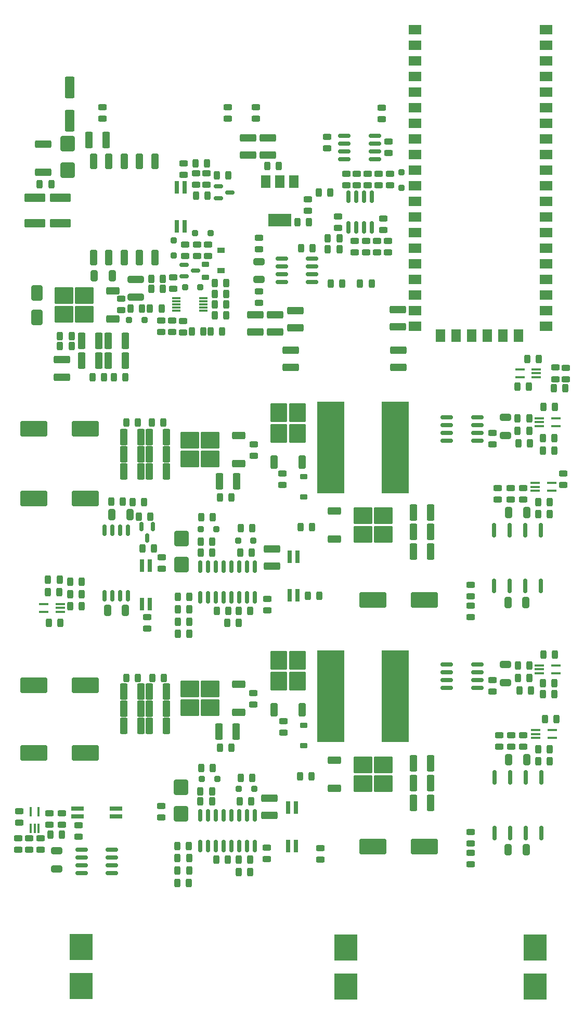
<source format=gtp>
G04 #@! TF.GenerationSoftware,KiCad,Pcbnew,7.0.2-6a45011f42~172~ubuntu20.04.1*
G04 #@! TF.CreationDate,2023-06-13T08:46:41+02:00*
G04 #@! TF.ProjectId,Power,506f7765-722e-46b6-9963-61645f706362,rev?*
G04 #@! TF.SameCoordinates,Original*
G04 #@! TF.FileFunction,Paste,Top*
G04 #@! TF.FilePolarity,Positive*
%FSLAX46Y46*%
G04 Gerber Fmt 4.6, Leading zero omitted, Abs format (unit mm)*
G04 Created by KiCad (PCBNEW 7.0.2-6a45011f42~172~ubuntu20.04.1) date 2023-06-13 08:46:41*
%MOMM*%
%LPD*%
G01*
G04 APERTURE LIST*
G04 Aperture macros list*
%AMRoundRect*
0 Rectangle with rounded corners*
0 $1 Rounding radius*
0 $2 $3 $4 $5 $6 $7 $8 $9 X,Y pos of 4 corners*
0 Add a 4 corners polygon primitive as box body*
4,1,4,$2,$3,$4,$5,$6,$7,$8,$9,$2,$3,0*
0 Add four circle primitives for the rounded corners*
1,1,$1+$1,$2,$3*
1,1,$1+$1,$4,$5*
1,1,$1+$1,$6,$7*
1,1,$1+$1,$8,$9*
0 Add four rect primitives between the rounded corners*
20,1,$1+$1,$2,$3,$4,$5,0*
20,1,$1+$1,$4,$5,$6,$7,0*
20,1,$1+$1,$6,$7,$8,$9,0*
20,1,$1+$1,$8,$9,$2,$3,0*%
G04 Aperture macros list end*
%ADD10RoundRect,0.243750X0.243750X0.456250X-0.243750X0.456250X-0.243750X-0.456250X0.243750X-0.456250X0*%
%ADD11RoundRect,0.250000X0.375000X1.075000X-0.375000X1.075000X-0.375000X-1.075000X0.375000X-1.075000X0*%
%ADD12RoundRect,0.243750X-0.243750X-0.456250X0.243750X-0.456250X0.243750X0.456250X-0.243750X0.456250X0*%
%ADD13RoundRect,0.150000X0.150000X-0.825000X0.150000X0.825000X-0.150000X0.825000X-0.150000X-0.825000X0*%
%ADD14RoundRect,0.243750X0.456250X-0.243750X0.456250X0.243750X-0.456250X0.243750X-0.456250X-0.243750X0*%
%ADD15R,1.500000X0.400000*%
%ADD16RoundRect,0.249999X1.450001X-0.450001X1.450001X0.450001X-1.450001X0.450001X-1.450001X-0.450001X0*%
%ADD17RoundRect,0.250000X-0.250000X0.250000X-0.250000X-0.250000X0.250000X-0.250000X0.250000X0.250000X0*%
%ADD18RoundRect,0.243750X-0.456250X0.243750X-0.456250X-0.243750X0.456250X-0.243750X0.456250X0.243750X0*%
%ADD19RoundRect,0.250000X0.350000X-0.850000X0.350000X0.850000X-0.350000X0.850000X-0.350000X-0.850000X0*%
%ADD20RoundRect,0.250000X1.125000X-1.275000X1.125000X1.275000X-1.125000X1.275000X-1.125000X-1.275000X0*%
%ADD21R,1.400000X0.300000*%
%ADD22RoundRect,0.250000X-0.900000X1.000000X-0.900000X-1.000000X0.900000X-1.000000X0.900000X1.000000X0*%
%ADD23RoundRect,0.250000X1.950000X1.000000X-1.950000X1.000000X-1.950000X-1.000000X1.950000X-1.000000X0*%
%ADD24RoundRect,0.250000X1.075000X-0.362500X1.075000X0.362500X-1.075000X0.362500X-1.075000X-0.362500X0*%
%ADD25RoundRect,0.250000X0.850000X0.350000X-0.850000X0.350000X-0.850000X-0.350000X0.850000X-0.350000X0*%
%ADD26RoundRect,0.250000X1.275000X1.125000X-1.275000X1.125000X-1.275000X-1.125000X1.275000X-1.125000X0*%
%ADD27RoundRect,0.250000X-0.325000X-0.650000X0.325000X-0.650000X0.325000X0.650000X-0.325000X0.650000X0*%
%ADD28RoundRect,0.250000X1.075000X-0.375000X1.075000X0.375000X-1.075000X0.375000X-1.075000X-0.375000X0*%
%ADD29RoundRect,0.150000X-0.825000X-0.150000X0.825000X-0.150000X0.825000X0.150000X-0.825000X0.150000X0*%
%ADD30RoundRect,0.250000X0.250000X0.250000X-0.250000X0.250000X-0.250000X-0.250000X0.250000X-0.250000X0*%
%ADD31RoundRect,0.250000X-0.375000X-1.075000X0.375000X-1.075000X0.375000X1.075000X-0.375000X1.075000X0*%
%ADD32RoundRect,0.250000X-0.250000X-0.250000X0.250000X-0.250000X0.250000X0.250000X-0.250000X0.250000X0*%
%ADD33RoundRect,0.250000X-0.650000X0.325000X-0.650000X-0.325000X0.650000X-0.325000X0.650000X0.325000X0*%
%ADD34RoundRect,0.250000X0.650000X-0.325000X0.650000X0.325000X-0.650000X0.325000X-0.650000X-0.325000X0*%
%ADD35RoundRect,0.250000X-0.850000X-0.350000X0.850000X-0.350000X0.850000X0.350000X-0.850000X0.350000X0*%
%ADD36RoundRect,0.250000X-1.275000X-1.125000X1.275000X-1.125000X1.275000X1.125000X-1.275000X1.125000X0*%
%ADD37R,0.640000X2.000000*%
%ADD38R,2.000000X1.600000*%
%ADD39R,1.600000X2.000000*%
%ADD40RoundRect,0.250000X-1.075000X0.312500X-1.075000X-0.312500X1.075000X-0.312500X1.075000X0.312500X0*%
%ADD41RoundRect,0.150000X0.825000X0.150000X-0.825000X0.150000X-0.825000X-0.150000X0.825000X-0.150000X0*%
%ADD42RoundRect,0.250000X0.550000X-1.500000X0.550000X1.500000X-0.550000X1.500000X-0.550000X-1.500000X0*%
%ADD43RoundRect,0.150000X-0.150000X0.587500X-0.150000X-0.587500X0.150000X-0.587500X0.150000X0.587500X0*%
%ADD44RoundRect,0.250000X-1.075000X0.375000X-1.075000X-0.375000X1.075000X-0.375000X1.075000X0.375000X0*%
%ADD45R,3.810000X4.240000*%
%ADD46RoundRect,0.150000X-0.150000X0.825000X-0.150000X-0.825000X0.150000X-0.825000X0.150000X0.825000X0*%
%ADD47RoundRect,0.162500X0.162500X-1.012500X0.162500X1.012500X-0.162500X1.012500X-0.162500X-1.012500X0*%
%ADD48RoundRect,0.218750X0.381250X-0.218750X0.381250X0.218750X-0.381250X0.218750X-0.381250X-0.218750X0*%
%ADD49RoundRect,0.150000X-0.150000X0.750000X-0.150000X-0.750000X0.150000X-0.750000X0.150000X0.750000X0*%
%ADD50RoundRect,0.250000X0.250000X-0.250000X0.250000X0.250000X-0.250000X0.250000X-0.250000X-0.250000X0*%
%ADD51RoundRect,0.150000X-0.587500X-0.150000X0.587500X-0.150000X0.587500X0.150000X-0.587500X0.150000X0*%
%ADD52RoundRect,0.250000X0.325000X0.650000X-0.325000X0.650000X-0.325000X-0.650000X0.325000X-0.650000X0*%
%ADD53R,1.200000X0.900000*%
%ADD54RoundRect,0.225000X0.375000X-0.225000X0.375000X0.225000X-0.375000X0.225000X-0.375000X-0.225000X0*%
%ADD55R,4.500000X15.000000*%
%ADD56R,2.000000X0.640000*%
%ADD57R,0.400000X1.500000*%
%ADD58RoundRect,0.305000X-0.305000X-0.965000X0.305000X-0.965000X0.305000X0.965000X-0.305000X0.965000X0*%
%ADD59RoundRect,0.250000X0.650000X-1.000000X0.650000X1.000000X-0.650000X1.000000X-0.650000X-1.000000X0*%
%ADD60R,1.500000X2.000000*%
%ADD61R,3.800000X2.000000*%
G04 APERTURE END LIST*
D10*
G04 #@! TO.C,C532*
X129805500Y-81600000D03*
X127930500Y-81600000D03*
G04 #@! TD*
D11*
G04 #@! TO.C,C329*
X66600000Y-131200000D03*
X63800000Y-131200000D03*
G04 #@! TD*
D12*
G04 #@! TO.C,C103*
X51662500Y-120000000D03*
X53537500Y-120000000D03*
G04 #@! TD*
D11*
G04 #@! TO.C,C309*
X113778750Y-142900000D03*
X110978750Y-142900000D03*
G04 #@! TD*
D10*
G04 #@! TO.C,R307*
X84390000Y-158542500D03*
X82515000Y-158542500D03*
G04 #@! TD*
D13*
G04 #@! TO.C,U203*
X76315000Y-115812500D03*
X77585000Y-115812500D03*
X78855000Y-115812500D03*
X80125000Y-115812500D03*
X81395000Y-115812500D03*
X82665000Y-115812500D03*
X83935000Y-115812500D03*
X85205000Y-115812500D03*
X85205000Y-110862500D03*
X83935000Y-110862500D03*
X82665000Y-110862500D03*
X81395000Y-110862500D03*
X80125000Y-110862500D03*
X78855000Y-110862500D03*
X77585000Y-110862500D03*
X76315000Y-110862500D03*
G04 #@! TD*
D10*
G04 #@! TO.C,R419*
X98937500Y-57400000D03*
X97062500Y-57400000D03*
G04 #@! TD*
D12*
G04 #@! TO.C,C505*
X78662500Y-66450000D03*
X80537500Y-66450000D03*
G04 #@! TD*
D14*
G04 #@! TO.C,R326*
X56450000Y-154837500D03*
X56450000Y-152962500D03*
G04 #@! TD*
D15*
G04 #@! TO.C,U305*
X131520000Y-126917500D03*
X131520000Y-127567500D03*
X131520000Y-128217500D03*
X134180000Y-128217500D03*
X134180000Y-126917500D03*
G04 #@! TD*
D16*
G04 #@! TO.C,C512*
X53500000Y-54940000D03*
X53500000Y-50840000D03*
G04 #@! TD*
D17*
G04 #@! TO.C,D403*
X109050000Y-46700000D03*
X109050000Y-49200000D03*
G04 #@! TD*
D11*
G04 #@! TO.C,C209*
X113825000Y-102012500D03*
X111025000Y-102012500D03*
G04 #@! TD*
D12*
G04 #@! TO.C,C316*
X82702500Y-149030000D03*
X84577500Y-149030000D03*
G04 #@! TD*
D18*
G04 #@! TO.C,C402*
X106850000Y-57862500D03*
X106850000Y-59737500D03*
G04 #@! TD*
D19*
G04 #@! TO.C,Q302*
X88300000Y-134100000D03*
D20*
X89055000Y-129475000D03*
X92105000Y-129475000D03*
X89055000Y-126125000D03*
X92105000Y-126125000D03*
D19*
X92860000Y-134100000D03*
G04 #@! TD*
D18*
G04 #@! TO.C,C117*
X46850000Y-150662500D03*
X46850000Y-152537500D03*
G04 #@! TD*
D10*
G04 #@! TO.C,C208*
X74500000Y-121800000D03*
X72625000Y-121800000D03*
G04 #@! TD*
D21*
G04 #@! TO.C,U501*
X76800000Y-69200000D03*
X76800000Y-68700000D03*
X76800000Y-68200000D03*
X76800000Y-67700000D03*
X76800000Y-67200000D03*
X72400000Y-67200000D03*
X72400000Y-67700000D03*
X72400000Y-68200000D03*
X72400000Y-68700000D03*
X72400000Y-69200000D03*
G04 #@! TD*
D14*
G04 #@! TO.C,R324*
X95800000Y-158537500D03*
X95800000Y-156662500D03*
G04 #@! TD*
D18*
G04 #@! TO.C,R514*
X75587500Y-46865000D03*
X75587500Y-48740000D03*
G04 #@! TD*
D22*
G04 #@! TO.C,D201*
X73200000Y-106250000D03*
X73200000Y-110550000D03*
G04 #@! TD*
D18*
G04 #@! TO.C,R303*
X120315000Y-157442500D03*
X120315000Y-159317500D03*
G04 #@! TD*
D23*
G04 #@! TO.C,C330*
X57600000Y-141200000D03*
X49200000Y-141200000D03*
G04 #@! TD*
D24*
G04 #@! TO.C,R513*
X50750000Y-46712500D03*
X50750000Y-42087500D03*
G04 #@! TD*
D11*
G04 #@! TO.C,C324*
X70800000Y-136800000D03*
X68000000Y-136800000D03*
G04 #@! TD*
D12*
G04 #@! TO.C,R316*
X82862500Y-145200000D03*
X84737500Y-145200000D03*
G04 #@! TD*
D25*
G04 #@! TO.C,Q502*
X62065000Y-70580000D03*
D26*
X57440000Y-69825000D03*
X57440000Y-66775000D03*
X54090000Y-69825000D03*
X54090000Y-66775000D03*
D25*
X62065000Y-66020000D03*
G04 #@! TD*
D23*
G04 #@! TO.C,C203*
X112800000Y-116300000D03*
X104400000Y-116300000D03*
G04 #@! TD*
D12*
G04 #@! TO.C,R213*
X131308750Y-100337500D03*
X133183750Y-100337500D03*
G04 #@! TD*
D18*
G04 #@! TO.C,R415*
X101450000Y-57862500D03*
X101450000Y-59737500D03*
G04 #@! TD*
D12*
G04 #@! TO.C,R318*
X128252500Y-130967500D03*
X130127500Y-130967500D03*
G04 #@! TD*
D10*
G04 #@! TO.C,R410*
X97487500Y-50000000D03*
X95612500Y-50000000D03*
G04 #@! TD*
D27*
G04 #@! TO.C,C304*
X126496250Y-142305000D03*
X129446250Y-142305000D03*
G04 #@! TD*
D28*
G04 #@! TO.C,C524*
X91000000Y-78450000D03*
X91000000Y-75650000D03*
G04 #@! TD*
D18*
G04 #@! TO.C,C508*
X69950000Y-70815000D03*
X69950000Y-72690000D03*
G04 #@! TD*
D14*
G04 #@! TO.C,R116*
X51731250Y-152837500D03*
X51731250Y-150962500D03*
G04 #@! TD*
D12*
G04 #@! TO.C,R204*
X72650000Y-117800000D03*
X74525000Y-117800000D03*
G04 #@! TD*
D28*
G04 #@! TO.C,C526*
X108500000Y-78450000D03*
X108500000Y-75650000D03*
G04 #@! TD*
D29*
G04 #@! TO.C,U302*
X116425000Y-126812500D03*
X116425000Y-128082500D03*
X116425000Y-129352500D03*
X116425000Y-130622500D03*
X121375000Y-130622500D03*
X121375000Y-129352500D03*
X121375000Y-128082500D03*
X121375000Y-126812500D03*
G04 #@! TD*
D13*
G04 #@! TO.C,U303*
X76255000Y-156305000D03*
X77525000Y-156305000D03*
X78795000Y-156305000D03*
X80065000Y-156305000D03*
X81335000Y-156305000D03*
X82605000Y-156305000D03*
X83875000Y-156305000D03*
X85145000Y-156305000D03*
X85145000Y-151355000D03*
X83875000Y-151355000D03*
X82605000Y-151355000D03*
X81335000Y-151355000D03*
X80065000Y-151355000D03*
X78795000Y-151355000D03*
X77525000Y-151355000D03*
X76255000Y-151355000D03*
G04 #@! TD*
D14*
G04 #@! TO.C,R512*
X73850000Y-60337500D03*
X73850000Y-58462500D03*
G04 #@! TD*
D30*
G04 #@! TO.C,D505*
X77950000Y-56600000D03*
X75450000Y-56600000D03*
G04 #@! TD*
D15*
G04 #@! TO.C,U506*
X131000000Y-80050000D03*
X131000000Y-79400000D03*
X131000000Y-78750000D03*
X128340000Y-78750000D03*
X128340000Y-80050000D03*
G04 #@! TD*
D18*
G04 #@! TO.C,R203*
X120290000Y-117225000D03*
X120290000Y-119100000D03*
G04 #@! TD*
G04 #@! TO.C,C531*
X135800000Y-78500000D03*
X135800000Y-80375000D03*
G04 #@! TD*
D11*
G04 #@! TO.C,C312*
X113778750Y-149300000D03*
X110978750Y-149300000D03*
G04 #@! TD*
D31*
G04 #@! TO.C,C223*
X79400000Y-97000000D03*
X82200000Y-97000000D03*
G04 #@! TD*
D11*
G04 #@! TO.C,C327*
X66600000Y-134000000D03*
X63800000Y-134000000D03*
G04 #@! TD*
D18*
G04 #@! TO.C,R413*
X100050000Y-46925000D03*
X100050000Y-48800000D03*
G04 #@! TD*
G04 #@! TO.C,R420*
X98750000Y-53862500D03*
X98750000Y-55737500D03*
G04 #@! TD*
G04 #@! TO.C,C413*
X106053125Y-54212500D03*
X106053125Y-56087500D03*
G04 #@! TD*
D10*
G04 #@! TO.C,R225*
X94462500Y-104450000D03*
X92587500Y-104450000D03*
G04 #@! TD*
G04 #@! TO.C,R206*
X66137500Y-87400000D03*
X64262500Y-87400000D03*
G04 #@! TD*
D12*
G04 #@! TO.C,R218*
X128077500Y-90750000D03*
X129952500Y-90750000D03*
G04 #@! TD*
D23*
G04 #@! TO.C,C231*
X57600000Y-99800000D03*
X49200000Y-99800000D03*
G04 #@! TD*
D12*
G04 #@! TO.C,C219*
X76372500Y-106800000D03*
X78247500Y-106800000D03*
G04 #@! TD*
D32*
G04 #@! TO.C,D303*
X82550000Y-147000000D03*
X85050000Y-147000000D03*
G04 #@! TD*
D33*
G04 #@! TO.C,C124*
X52950000Y-157100000D03*
X52950000Y-160050000D03*
G04 #@! TD*
D34*
G04 #@! TO.C,C314*
X126002500Y-129742500D03*
X126002500Y-126792500D03*
G04 #@! TD*
D23*
G04 #@! TO.C,C230*
X57600000Y-88400000D03*
X49200000Y-88400000D03*
G04 #@! TD*
D31*
G04 #@! TO.C,C518*
X61300000Y-77300000D03*
X64100000Y-77300000D03*
G04 #@! TD*
D22*
G04 #@! TO.C,D507*
X54650000Y-42000000D03*
X54650000Y-46300000D03*
G04 #@! TD*
D14*
G04 #@! TO.C,R209*
X128850000Y-99962500D03*
X128850000Y-98087500D03*
G04 #@! TD*
G04 #@! TO.C,R320*
X89800000Y-137837500D03*
X89800000Y-135962500D03*
G04 #@! TD*
G04 #@! TO.C,R417*
X101750000Y-48800000D03*
X101750000Y-46925000D03*
G04 #@! TD*
G04 #@! TO.C,R310*
X124950000Y-140180000D03*
X124950000Y-138305000D03*
G04 #@! TD*
D12*
G04 #@! TO.C,R503*
X78662500Y-68200000D03*
X80537500Y-68200000D03*
G04 #@! TD*
G04 #@! TO.C,R217*
X127962500Y-88750000D03*
X129837500Y-88750000D03*
G04 #@! TD*
D35*
G04 #@! TO.C,Q303*
X98125000Y-142325000D03*
D36*
X102750000Y-143080000D03*
X102750000Y-146130000D03*
X106100000Y-143080000D03*
X106100000Y-146130000D03*
D35*
X98125000Y-146885000D03*
G04 #@! TD*
D12*
G04 #@! TO.C,NTC501*
X78662500Y-64700000D03*
X80537500Y-64700000D03*
G04 #@! TD*
D18*
G04 #@! TO.C,R401*
X96950000Y-40905000D03*
X96950000Y-42780000D03*
G04 #@! TD*
D37*
G04 #@! TO.C,U502*
X73735000Y-49165000D03*
X72465000Y-49165000D03*
X72465000Y-55465000D03*
X73735000Y-55465000D03*
G04 #@! TD*
D18*
G04 #@! TO.C,R405*
X85350000Y-36062500D03*
X85350000Y-37937500D03*
G04 #@! TD*
D28*
G04 #@! TO.C,F501*
X84100000Y-43900000D03*
X84100000Y-41100000D03*
G04 #@! TD*
D12*
G04 #@! TO.C,C311*
X82552500Y-160542500D03*
X84427500Y-160542500D03*
G04 #@! TD*
D38*
G04 #@! TO.C,U401*
X111270000Y-23440000D03*
X111270000Y-25980000D03*
X111270000Y-28520000D03*
X111270000Y-31060000D03*
X111270000Y-33600000D03*
X111270000Y-36140000D03*
X111270000Y-38680000D03*
X111270000Y-41220000D03*
X111270000Y-43760000D03*
X111270000Y-46300000D03*
X111270000Y-48840000D03*
X111270000Y-51380000D03*
X111270000Y-53920000D03*
X111270000Y-56460000D03*
X111270000Y-59000000D03*
X111270000Y-61540000D03*
X111270000Y-64080000D03*
X111270000Y-66620000D03*
X111260000Y-69160000D03*
X111260000Y-71700000D03*
X132600000Y-71700000D03*
X132600000Y-69160000D03*
X132600000Y-66620000D03*
X132600000Y-64080000D03*
X132600000Y-61540000D03*
X132600000Y-59000000D03*
X132600000Y-56460000D03*
X132600000Y-53920000D03*
X132600000Y-51380000D03*
X132600000Y-48840000D03*
X132600000Y-46300000D03*
X132600000Y-43760000D03*
X132600000Y-41220000D03*
X132600000Y-38680000D03*
X132600000Y-36140000D03*
X132600000Y-33600000D03*
X132600000Y-31060000D03*
X132600000Y-28520000D03*
X132600000Y-25980000D03*
X132600000Y-23440000D03*
D39*
X115410000Y-73300000D03*
X117950000Y-73300000D03*
X120490000Y-73300000D03*
X123030000Y-73300000D03*
X125570000Y-73300000D03*
X128110000Y-73300000D03*
G04 #@! TD*
D40*
G04 #@! TO.C,R510*
X65800000Y-64077500D03*
X65800000Y-67002500D03*
G04 #@! TD*
D41*
G04 #@! TO.C,U405*
X94500000Y-64550000D03*
X94500000Y-63280000D03*
X94500000Y-62010000D03*
X94500000Y-60740000D03*
X89550000Y-60740000D03*
X89550000Y-62010000D03*
X89550000Y-63280000D03*
X89550000Y-64550000D03*
G04 #@! TD*
D14*
G04 #@! TO.C,R308*
X126871250Y-140180000D03*
X126871250Y-138305000D03*
G04 #@! TD*
G04 #@! TO.C,R208*
X126846250Y-99962500D03*
X126846250Y-98087500D03*
G04 #@! TD*
D10*
G04 #@! TO.C,R104*
X56987500Y-113325000D03*
X55112500Y-113325000D03*
G04 #@! TD*
D18*
G04 #@! TO.C,R411*
X85825000Y-66080000D03*
X85825000Y-67955000D03*
G04 #@! TD*
D12*
G04 #@! TO.C,C525*
X66912500Y-107900000D03*
X68787500Y-107900000D03*
G04 #@! TD*
D11*
G04 #@! TO.C,C229*
X66600000Y-89800000D03*
X63800000Y-89800000D03*
G04 #@! TD*
D10*
G04 #@! TO.C,R111*
X53787500Y-154500000D03*
X51912500Y-154500000D03*
G04 #@! TD*
D12*
G04 #@! TO.C,R323*
X132077500Y-129800000D03*
X133952500Y-129800000D03*
G04 #@! TD*
D42*
G04 #@! TO.C,C521*
X55050000Y-38300000D03*
X55050000Y-32900000D03*
G04 #@! TD*
D43*
G04 #@! TO.C,U504*
X68600000Y-104362500D03*
X66700000Y-104362500D03*
X67650000Y-106237500D03*
G04 #@! TD*
D12*
G04 #@! TO.C,C215*
X131308750Y-102312500D03*
X133183750Y-102312500D03*
G04 #@! TD*
D10*
G04 #@! TO.C,R118*
X63682500Y-100300000D03*
X61807500Y-100300000D03*
G04 #@! TD*
D12*
G04 #@! TO.C,R305*
X72590000Y-160292500D03*
X74465000Y-160292500D03*
G04 #@! TD*
G04 #@! TO.C,R317*
X128012500Y-128967500D03*
X129887500Y-128967500D03*
G04 #@! TD*
G04 #@! TO.C,C302*
X78927500Y-158542500D03*
X80802500Y-158542500D03*
G04 #@! TD*
D14*
G04 #@! TO.C,R511*
X75750000Y-60337500D03*
X75750000Y-58462500D03*
G04 #@! TD*
G04 #@! TO.C,C507*
X71850000Y-65637500D03*
X71850000Y-63762500D03*
G04 #@! TD*
D12*
G04 #@! TO.C,R520*
X133862500Y-81800000D03*
X135737500Y-81800000D03*
G04 #@! TD*
D27*
G04 #@! TO.C,C201*
X126371250Y-116687500D03*
X129321250Y-116687500D03*
G04 #@! TD*
D12*
G04 #@! TO.C,C315*
X131333750Y-142530000D03*
X133208750Y-142530000D03*
G04 #@! TD*
D44*
G04 #@! TO.C,C218*
X88000000Y-108000000D03*
X88000000Y-110800000D03*
G04 #@! TD*
D11*
G04 #@! TO.C,C227*
X66600000Y-92600000D03*
X63800000Y-92600000D03*
G04 #@! TD*
D45*
G04 #@! TO.C,F101*
X100000000Y-172810000D03*
X100000000Y-179190000D03*
G04 #@! TD*
D11*
G04 #@! TO.C,C206*
X113825000Y-105212500D03*
X111025000Y-105212500D03*
G04 #@! TD*
D14*
G04 #@! TO.C,R226*
X67650000Y-120937500D03*
X67650000Y-119062500D03*
G04 #@! TD*
D18*
G04 #@! TO.C,C123*
X50250000Y-155062500D03*
X50250000Y-156937500D03*
G04 #@! TD*
D46*
G04 #@! TO.C,U406*
X104190000Y-50662500D03*
X102920000Y-50662500D03*
X101650000Y-50662500D03*
X100380000Y-50662500D03*
X100380000Y-55612500D03*
X101650000Y-55612500D03*
X102920000Y-55612500D03*
X104190000Y-55612500D03*
G04 #@! TD*
D10*
G04 #@! TO.C,C220*
X134015000Y-84900000D03*
X132140000Y-84900000D03*
G04 #@! TD*
D15*
G04 #@! TO.C,U102*
X53480000Y-118225000D03*
X53480000Y-117575000D03*
X53480000Y-116925000D03*
X50820000Y-116925000D03*
X50820000Y-118225000D03*
G04 #@! TD*
D12*
G04 #@! TO.C,R304*
X72590000Y-158292500D03*
X74465000Y-158292500D03*
G04 #@! TD*
D22*
G04 #@! TO.C,D301*
X73140000Y-146742500D03*
X73140000Y-151042500D03*
G04 #@! TD*
D10*
G04 #@! TO.C,R502*
X76800000Y-72600000D03*
X74925000Y-72600000D03*
G04 #@! TD*
D11*
G04 #@! TO.C,C328*
X70800000Y-131200000D03*
X68000000Y-131200000D03*
G04 #@! TD*
D14*
G04 #@! TO.C,C310*
X123902500Y-131205000D03*
X123902500Y-129330000D03*
G04 #@! TD*
D12*
G04 #@! TO.C,C527*
X87212500Y-45700000D03*
X89087500Y-45700000D03*
G04 #@! TD*
D14*
G04 #@! TO.C,R220*
X89700000Y-97537500D03*
X89700000Y-95662500D03*
G04 #@! TD*
D11*
G04 #@! TO.C,C326*
X70800000Y-134000000D03*
X68000000Y-134000000D03*
G04 #@! TD*
D10*
G04 #@! TO.C,R506*
X70212500Y-64002500D03*
X68337500Y-64002500D03*
G04 #@! TD*
D32*
G04 #@! TO.C,D202*
X76400000Y-104800000D03*
X78900000Y-104800000D03*
G04 #@! TD*
D12*
G04 #@! TO.C,C519*
X58762500Y-80000000D03*
X60637500Y-80000000D03*
G04 #@! TD*
G04 #@! TO.C,R105*
X55112500Y-117325000D03*
X56987500Y-117325000D03*
G04 #@! TD*
D31*
G04 #@! TO.C,C515*
X58125000Y-41440000D03*
X60925000Y-41440000D03*
G04 #@! TD*
D23*
G04 #@! TO.C,C331*
X57600000Y-130200000D03*
X49200000Y-130200000D03*
G04 #@! TD*
D12*
G04 #@! TO.C,C319*
X76312500Y-147400000D03*
X78187500Y-147400000D03*
G04 #@! TD*
G04 #@! TO.C,C222*
X79462500Y-99600000D03*
X81337500Y-99600000D03*
G04 #@! TD*
D11*
G04 #@! TO.C,C306*
X113778750Y-146100000D03*
X110978750Y-146100000D03*
G04 #@! TD*
D16*
G04 #@! TO.C,C513*
X49400000Y-54940000D03*
X49400000Y-50840000D03*
G04 #@! TD*
D12*
G04 #@! TO.C,C528*
X66250000Y-102700000D03*
X68125000Y-102700000D03*
G04 #@! TD*
D44*
G04 #@! TO.C,C318*
X87540000Y-148492500D03*
X87540000Y-151292500D03*
G04 #@! TD*
D47*
G04 #@! TO.C,U301*
X124183750Y-154180000D03*
X126723750Y-154180000D03*
X129263750Y-154180000D03*
X131803750Y-154180000D03*
X131803750Y-145130000D03*
X129263750Y-145130000D03*
X126723750Y-145130000D03*
X124183750Y-145130000D03*
G04 #@! TD*
D23*
G04 #@! TO.C,C303*
X112800000Y-156400000D03*
X104400000Y-156400000D03*
G04 #@! TD*
D12*
G04 #@! TO.C,C322*
X79462500Y-140300000D03*
X81337500Y-140300000D03*
G04 #@! TD*
D18*
G04 #@! TO.C,R508*
X63400000Y-67262500D03*
X63400000Y-69137500D03*
G04 #@! TD*
D37*
G04 #@! TO.C,U306*
X90615000Y-156350000D03*
X91885000Y-156350000D03*
X91885000Y-150050000D03*
X90615000Y-150050000D03*
G04 #@! TD*
D48*
G04 #@! TO.C,L501*
X77150000Y-63762500D03*
X77150000Y-61637500D03*
G04 #@! TD*
D10*
G04 #@! TO.C,R207*
X84450000Y-118050000D03*
X82575000Y-118050000D03*
G04 #@! TD*
D18*
G04 #@! TO.C,R202*
X120290000Y-113825000D03*
X120290000Y-115700000D03*
G04 #@! TD*
D14*
G04 #@! TO.C,R515*
X73600000Y-47077500D03*
X73600000Y-45202500D03*
G04 #@! TD*
D18*
G04 #@! TO.C,R414*
X103550000Y-46925000D03*
X103550000Y-48800000D03*
G04 #@! TD*
D34*
G04 #@! TO.C,C214*
X125977500Y-89525000D03*
X125977500Y-86575000D03*
G04 #@! TD*
D12*
G04 #@! TO.C,C504*
X78662500Y-69950000D03*
X80537500Y-69950000D03*
G04 #@! TD*
D18*
G04 #@! TO.C,R409*
X85825000Y-57342500D03*
X85825000Y-59217500D03*
G04 #@! TD*
D32*
G04 #@! TO.C,D502*
X73800000Y-65400000D03*
X76300000Y-65400000D03*
G04 #@! TD*
D49*
G04 #@! TO.C,U101*
X64530000Y-104937500D03*
X63260000Y-104937500D03*
X61990000Y-104937500D03*
X60720000Y-104937500D03*
X60720000Y-115587500D03*
X61990000Y-115587500D03*
X63260000Y-115587500D03*
X64530000Y-115587500D03*
G04 #@! TD*
D45*
G04 #@! TO.C,F103*
X56900000Y-179090000D03*
X56900000Y-172710000D03*
G04 #@! TD*
D15*
G04 #@! TO.C,U205*
X131500000Y-86700000D03*
X131500000Y-87350000D03*
X131500000Y-88000000D03*
X134160000Y-88000000D03*
X134160000Y-86700000D03*
G04 #@! TD*
D31*
G04 #@! TO.C,C501*
X56987500Y-74100000D03*
X59787500Y-74100000D03*
G04 #@! TD*
D10*
G04 #@! TO.C,C320*
X134040000Y-125200000D03*
X132165000Y-125200000D03*
G04 #@! TD*
G04 #@! TO.C,R201*
X70275000Y-87400000D03*
X68400000Y-87400000D03*
G04 #@! TD*
D50*
G04 #@! TO.C,D506*
X71950000Y-60250000D03*
X71950000Y-57750000D03*
G04 #@! TD*
D18*
G04 #@! TO.C,R319*
X84925000Y-131417500D03*
X84925000Y-133292500D03*
G04 #@! TD*
G04 #@! TO.C,C411*
X103250000Y-57862500D03*
X103250000Y-59737500D03*
G04 #@! TD*
D28*
G04 #@! TO.C,C523*
X91750000Y-72000000D03*
X91750000Y-69200000D03*
G04 #@! TD*
G04 #@! TO.C,C530*
X108450000Y-71800000D03*
X108450000Y-69000000D03*
G04 #@! TD*
D14*
G04 #@! TO.C,C503*
X73450000Y-72727500D03*
X73450000Y-70852500D03*
G04 #@! TD*
D18*
G04 #@! TO.C,R302*
X120315000Y-154042500D03*
X120315000Y-155917500D03*
G04 #@! TD*
G04 #@! TO.C,C205*
X87200000Y-116062500D03*
X87200000Y-117937500D03*
G04 #@! TD*
D10*
G04 #@! TO.C,R501*
X79837500Y-72600000D03*
X77962500Y-72600000D03*
G04 #@! TD*
D12*
G04 #@! TO.C,C321*
X132077500Y-131600000D03*
X133952500Y-131600000D03*
G04 #@! TD*
D18*
G04 #@! TO.C,C213*
X135350000Y-95662500D03*
X135350000Y-97537500D03*
G04 #@! TD*
D14*
G04 #@! TO.C,R210*
X124746250Y-99962500D03*
X124746250Y-98087500D03*
G04 #@! TD*
D10*
G04 #@! TO.C,R301*
X70337500Y-129000000D03*
X68462500Y-129000000D03*
G04 #@! TD*
D18*
G04 #@! TO.C,R115*
X48450000Y-155062500D03*
X48450000Y-156937500D03*
G04 #@! TD*
G04 #@! TO.C,R314*
X69940000Y-149805000D03*
X69940000Y-151680000D03*
G04 #@! TD*
D12*
G04 #@! TO.C,C207*
X72625000Y-115800000D03*
X74500000Y-115800000D03*
G04 #@! TD*
D51*
G04 #@! TO.C,U503*
X79275000Y-48990000D03*
X79275000Y-50890000D03*
X81150000Y-49940000D03*
G04 #@! TD*
D44*
G04 #@! TO.C,F502*
X87300000Y-41100000D03*
X87300000Y-43900000D03*
G04 #@! TD*
D52*
G04 #@! TO.C,C101*
X64825000Y-102400000D03*
X61875000Y-102400000D03*
G04 #@! TD*
D37*
G04 #@! TO.C,U207*
X66815000Y-116950000D03*
X68085000Y-116950000D03*
X68085000Y-110650000D03*
X66815000Y-110650000D03*
G04 #@! TD*
D14*
G04 #@! TO.C,R519*
X93800000Y-52937500D03*
X93800000Y-51062500D03*
G04 #@! TD*
D51*
G04 #@! TO.C,Q501*
X73650000Y-61750000D03*
X73650000Y-63650000D03*
X75525000Y-62700000D03*
G04 #@! TD*
D41*
G04 #@! TO.C,U402*
X104700000Y-44570000D03*
X104700000Y-43300000D03*
X104700000Y-42030000D03*
X104700000Y-40760000D03*
X99750000Y-40760000D03*
X99750000Y-42030000D03*
X99750000Y-43300000D03*
X99750000Y-44570000D03*
G04 #@! TD*
D12*
G04 #@! TO.C,C217*
X76372500Y-108537500D03*
X78247500Y-108537500D03*
G04 #@! TD*
D14*
G04 #@! TO.C,C412*
X107150000Y-48787500D03*
X107150000Y-46912500D03*
G04 #@! TD*
D10*
G04 #@! TO.C,R418*
X98937500Y-59200000D03*
X97062500Y-59200000D03*
G04 #@! TD*
D18*
G04 #@! TO.C,R402*
X80750000Y-36062500D03*
X80750000Y-37937500D03*
G04 #@! TD*
D14*
G04 #@! TO.C,R521*
X134100000Y-80337500D03*
X134100000Y-78462500D03*
G04 #@! TD*
D53*
G04 #@! TO.C,D501*
X79650000Y-59350000D03*
X79650000Y-62650000D03*
G04 #@! TD*
D12*
G04 #@! TO.C,C221*
X132052500Y-91950000D03*
X133927500Y-91950000D03*
G04 #@! TD*
D10*
G04 #@! TO.C,R224*
X95687500Y-115600000D03*
X93812500Y-115600000D03*
G04 #@! TD*
D45*
G04 #@! TO.C,F102*
X130800000Y-172810000D03*
X130800000Y-179190000D03*
G04 #@! TD*
D10*
G04 #@! TO.C,R117*
X67162500Y-100325000D03*
X65287500Y-100325000D03*
G04 #@! TD*
D41*
G04 #@! TO.C,U104*
X61925000Y-160715000D03*
X61925000Y-159445000D03*
X61925000Y-158175000D03*
X61925000Y-156905000D03*
X56975000Y-156905000D03*
X56975000Y-158175000D03*
X56975000Y-159445000D03*
X56975000Y-160715000D03*
G04 #@! TD*
D14*
G04 #@! TO.C,R404*
X105850000Y-38025000D03*
X105850000Y-36150000D03*
G04 #@! TD*
D18*
G04 #@! TO.C,R403*
X60350000Y-36062500D03*
X60350000Y-37937500D03*
G04 #@! TD*
D32*
G04 #@! TO.C,D302*
X76550000Y-145400000D03*
X79050000Y-145400000D03*
G04 #@! TD*
D11*
G04 #@! TO.C,C228*
X70800000Y-89800000D03*
X68000000Y-89800000D03*
G04 #@! TD*
D25*
G04 #@! TO.C,Q301*
X82550000Y-134585000D03*
D26*
X77925000Y-133830000D03*
X77925000Y-130780000D03*
X74575000Y-133830000D03*
X74575000Y-130780000D03*
D25*
X82550000Y-130025000D03*
G04 #@! TD*
D10*
G04 #@! TO.C,C533*
X131437500Y-77100000D03*
X129562500Y-77100000D03*
G04 #@! TD*
D18*
G04 #@! TO.C,R219*
X84985000Y-90925000D03*
X84985000Y-92800000D03*
G04 #@! TD*
D54*
G04 #@! TO.C,D205*
X93160000Y-99500000D03*
X93160000Y-96200000D03*
G04 #@! TD*
D19*
G04 #@! TO.C,Q202*
X88300000Y-93800000D03*
D20*
X89055000Y-89175000D03*
X92105000Y-89175000D03*
X89055000Y-85825000D03*
X92105000Y-85825000D03*
D19*
X92860000Y-93800000D03*
G04 #@! TD*
D12*
G04 #@! TO.C,R509*
X53462500Y-74950000D03*
X55337500Y-74950000D03*
G04 #@! TD*
D29*
G04 #@! TO.C,U202*
X116425000Y-86595000D03*
X116425000Y-87865000D03*
X116425000Y-89135000D03*
X116425000Y-90405000D03*
X121375000Y-90405000D03*
X121375000Y-89135000D03*
X121375000Y-87865000D03*
X121375000Y-86595000D03*
G04 #@! TD*
D10*
G04 #@! TO.C,C308*
X74440000Y-162292500D03*
X72565000Y-162292500D03*
G04 #@! TD*
G04 #@! TO.C,C510*
X55337500Y-73350000D03*
X53462500Y-73350000D03*
G04 #@! TD*
D55*
G04 #@! TO.C,L201*
X108010000Y-91487500D03*
X97510000Y-91487500D03*
G04 #@! TD*
D18*
G04 #@! TO.C,R504*
X71700000Y-70815000D03*
X71700000Y-72690000D03*
G04 #@! TD*
D11*
G04 #@! TO.C,C226*
X70800000Y-92600000D03*
X68000000Y-92600000D03*
G04 #@! TD*
D30*
G04 #@! TO.C,D503*
X67200000Y-70700000D03*
X64700000Y-70700000D03*
G04 #@! TD*
D10*
G04 #@! TO.C,R306*
X66137500Y-129000000D03*
X64262500Y-129000000D03*
G04 #@! TD*
D14*
G04 #@! TO.C,C210*
X123877500Y-90987500D03*
X123877500Y-89112500D03*
G04 #@! TD*
D18*
G04 #@! TO.C,R214*
X70000000Y-109312500D03*
X70000000Y-111187500D03*
G04 #@! TD*
D12*
G04 #@! TO.C,R205*
X72650000Y-119800000D03*
X74525000Y-119800000D03*
G04 #@! TD*
D10*
G04 #@! TO.C,C506*
X70212500Y-65640000D03*
X68337500Y-65640000D03*
G04 #@! TD*
D18*
G04 #@! TO.C,R517*
X77337500Y-46865000D03*
X77337500Y-48740000D03*
G04 #@! TD*
D56*
G04 #@! TO.C,U307*
X56300000Y-150225000D03*
X56300000Y-151495000D03*
X62600000Y-151495000D03*
X62600000Y-150225000D03*
G04 #@! TD*
D12*
G04 #@! TO.C,R407*
X102312500Y-64800000D03*
X104187500Y-64800000D03*
G04 #@! TD*
D52*
G04 #@! TO.C,C102*
X64125000Y-117975000D03*
X61175000Y-117975000D03*
G04 #@! TD*
D15*
G04 #@! TO.C,U204*
X130820000Y-97235000D03*
X130820000Y-97885000D03*
X130820000Y-98535000D03*
X133480000Y-98535000D03*
X133480000Y-97235000D03*
G04 #@! TD*
D18*
G04 #@! TO.C,C401*
X106950000Y-41697500D03*
X106950000Y-43572500D03*
G04 #@! TD*
D27*
G04 #@! TO.C,C204*
X126471250Y-102087500D03*
X129421250Y-102087500D03*
G04 #@! TD*
D10*
G04 #@! TO.C,C516*
X77475000Y-50465000D03*
X75600000Y-50465000D03*
G04 #@! TD*
D14*
G04 #@! TO.C,C509*
X77550000Y-60337500D03*
X77550000Y-58462500D03*
G04 #@! TD*
D55*
G04 #@! TO.C,L301*
X108000000Y-131975000D03*
X97500000Y-131975000D03*
G04 #@! TD*
D10*
G04 #@! TO.C,C313*
X134287500Y-135700000D03*
X132412500Y-135700000D03*
G04 #@! TD*
G04 #@! TO.C,R505*
X69975000Y-68840000D03*
X68100000Y-68840000D03*
G04 #@! TD*
G04 #@! TO.C,R103*
X56987500Y-115325000D03*
X55112500Y-115325000D03*
G04 #@! TD*
D14*
G04 #@! TO.C,C119*
X53750000Y-152837500D03*
X53750000Y-150962500D03*
G04 #@! TD*
D12*
G04 #@! TO.C,R406*
X97562500Y-64800000D03*
X99437500Y-64800000D03*
G04 #@! TD*
D11*
G04 #@! TO.C,C224*
X70800000Y-95400000D03*
X68000000Y-95400000D03*
G04 #@! TD*
D12*
G04 #@! TO.C,C307*
X72565000Y-156292500D03*
X74440000Y-156292500D03*
G04 #@! TD*
D14*
G04 #@! TO.C,R416*
X105350000Y-48800000D03*
X105350000Y-46925000D03*
G04 #@! TD*
D12*
G04 #@! TO.C,C202*
X78987500Y-118050000D03*
X80862500Y-118050000D03*
G04 #@! TD*
D32*
G04 #@! TO.C,D203*
X82450000Y-106600000D03*
X84950000Y-106600000D03*
G04 #@! TD*
D57*
G04 #@! TO.C,U103*
X48681250Y-153430000D03*
X49331250Y-153430000D03*
X49981250Y-153430000D03*
X49981250Y-150770000D03*
X48681250Y-150770000D03*
G04 #@! TD*
D18*
G04 #@! TO.C,C305*
X87140000Y-156555000D03*
X87140000Y-158430000D03*
G04 #@! TD*
D28*
G04 #@! TO.C,C522*
X85250000Y-72700000D03*
X85250000Y-69900000D03*
G04 #@! TD*
D58*
G04 #@! TO.C,T501*
X68900000Y-60540000D03*
X66400000Y-60540000D03*
X63900000Y-60540000D03*
X61400000Y-60540000D03*
X58900000Y-60540000D03*
X58900000Y-44940000D03*
X61400000Y-44940000D03*
X63900000Y-44940000D03*
X66400000Y-44940000D03*
X68900000Y-44940000D03*
G04 #@! TD*
D12*
G04 #@! TO.C,R223*
X132052500Y-89950000D03*
X133927500Y-89950000D03*
G04 #@! TD*
D25*
G04 #@! TO.C,Q201*
X82550000Y-94050000D03*
D26*
X77925000Y-93295000D03*
X77925000Y-90245000D03*
X74575000Y-93295000D03*
X74575000Y-90245000D03*
D25*
X82550000Y-89490000D03*
G04 #@! TD*
D34*
G04 #@! TO.C,C410*
X85825000Y-64155000D03*
X85825000Y-61205000D03*
G04 #@! TD*
D10*
G04 #@! TO.C,R322*
X129887500Y-126967500D03*
X128012500Y-126967500D03*
G04 #@! TD*
D14*
G04 #@! TO.C,R110*
X46650000Y-156937500D03*
X46650000Y-155062500D03*
G04 #@! TD*
D10*
G04 #@! TO.C,C514*
X52037500Y-48640000D03*
X50162500Y-48640000D03*
G04 #@! TD*
G04 #@! TO.C,R507*
X66825000Y-68840000D03*
X64950000Y-68840000D03*
G04 #@! TD*
D12*
G04 #@! TO.C,C317*
X76312500Y-149030000D03*
X78187500Y-149030000D03*
G04 #@! TD*
D44*
G04 #@! TO.C,L503*
X88500000Y-69900000D03*
X88500000Y-72700000D03*
G04 #@! TD*
D47*
G04 #@! TO.C,U201*
X124158750Y-113962500D03*
X126698750Y-113962500D03*
X129238750Y-113962500D03*
X131778750Y-113962500D03*
X131778750Y-104912500D03*
X129238750Y-104912500D03*
X126698750Y-104912500D03*
X124158750Y-104912500D03*
G04 #@! TD*
D31*
G04 #@! TO.C,C517*
X57000000Y-77300000D03*
X59800000Y-77300000D03*
G04 #@! TD*
D12*
G04 #@! TO.C,R516*
X75487500Y-45215000D03*
X77362500Y-45215000D03*
G04 #@! TD*
D59*
G04 #@! TO.C,D504*
X49675000Y-70300000D03*
X49675000Y-66300000D03*
G04 #@! TD*
D10*
G04 #@! TO.C,R412*
X94562500Y-59080000D03*
X92687500Y-59080000D03*
G04 #@! TD*
D31*
G04 #@! TO.C,C323*
X79300000Y-137700000D03*
X82100000Y-137700000D03*
G04 #@! TD*
D54*
G04 #@! TO.C,D305*
X93100000Y-139992500D03*
X93100000Y-136692500D03*
G04 #@! TD*
D35*
G04 #@! TO.C,Q203*
X98125000Y-101832500D03*
D36*
X102750000Y-102587500D03*
X102750000Y-105637500D03*
X106100000Y-102587500D03*
X106100000Y-105637500D03*
D35*
X98125000Y-106392500D03*
G04 #@! TD*
D11*
G04 #@! TO.C,C325*
X66600000Y-136800000D03*
X63800000Y-136800000D03*
G04 #@! TD*
D60*
G04 #@! TO.C,U505*
X91550000Y-48200000D03*
X89250000Y-48200000D03*
D61*
X89250000Y-54500000D03*
D60*
X86950000Y-48200000D03*
G04 #@! TD*
D11*
G04 #@! TO.C,C225*
X66600000Y-95400000D03*
X63800000Y-95400000D03*
G04 #@! TD*
D12*
G04 #@! TO.C,C529*
X92112500Y-54800000D03*
X93987500Y-54800000D03*
G04 #@! TD*
G04 #@! TO.C,R215*
X76462500Y-102800000D03*
X78337500Y-102800000D03*
G04 #@! TD*
G04 #@! TO.C,R315*
X76462500Y-143600000D03*
X78337500Y-143600000D03*
G04 #@! TD*
D11*
G04 #@! TO.C,C212*
X113825000Y-108400000D03*
X111025000Y-108400000D03*
G04 #@! TD*
D12*
G04 #@! TO.C,C520*
X62212500Y-80000000D03*
X64087500Y-80000000D03*
G04 #@! TD*
D10*
G04 #@! TO.C,R222*
X129837500Y-86750000D03*
X127962500Y-86750000D03*
G04 #@! TD*
D12*
G04 #@! TO.C,R518*
X78962500Y-47190000D03*
X80837500Y-47190000D03*
G04 #@! TD*
D31*
G04 #@! TO.C,C502*
X61300000Y-74100000D03*
X64100000Y-74100000D03*
G04 #@! TD*
D12*
G04 #@! TO.C,C216*
X82762500Y-108537500D03*
X84637500Y-108537500D03*
G04 #@! TD*
D37*
G04 #@! TO.C,U206*
X90815000Y-115550000D03*
X92085000Y-115550000D03*
X92085000Y-109250000D03*
X90815000Y-109250000D03*
G04 #@! TD*
D15*
G04 #@! TO.C,U304*
X130928750Y-137452500D03*
X130928750Y-138102500D03*
X130928750Y-138752500D03*
X133588750Y-138752500D03*
X133588750Y-137452500D03*
G04 #@! TD*
D28*
G04 #@! TO.C,L502*
X53750000Y-80000000D03*
X53750000Y-77200000D03*
G04 #@! TD*
D14*
G04 #@! TO.C,R309*
X128850000Y-140180000D03*
X128850000Y-138305000D03*
G04 #@! TD*
D10*
G04 #@! TO.C,R107*
X53372493Y-114975000D03*
X51497493Y-114975000D03*
G04 #@! TD*
D27*
G04 #@! TO.C,C301*
X126396250Y-156905000D03*
X129346250Y-156905000D03*
G04 #@! TD*
D10*
G04 #@! TO.C,C106*
X53379993Y-113000000D03*
X51504993Y-113000000D03*
G04 #@! TD*
G04 #@! TO.C,R325*
X94402500Y-144942500D03*
X92527500Y-144942500D03*
G04 #@! TD*
G04 #@! TO.C,C211*
X82537500Y-120000000D03*
X80662500Y-120000000D03*
G04 #@! TD*
D27*
G04 #@! TO.C,C511*
X59025000Y-63500000D03*
X61975000Y-63500000D03*
G04 #@! TD*
D12*
G04 #@! TO.C,R216*
X82862500Y-104600000D03*
X84737500Y-104600000D03*
G04 #@! TD*
G04 #@! TO.C,R313*
X131333750Y-140555000D03*
X133208750Y-140555000D03*
G04 #@! TD*
D18*
G04 #@! TO.C,R408*
X105050000Y-57862500D03*
X105050000Y-59737500D03*
G04 #@! TD*
M02*

</source>
